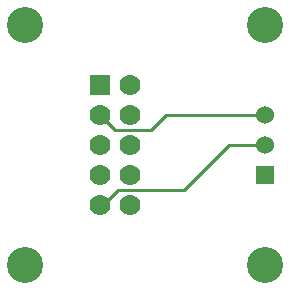
<source format=gbl>
G04 (created by PCBNEW-RS274X (2012-apr-16-27)-stable) date Thu 24 Jul 2014 05:04:11 PM PDT*
G01*
G70*
G90*
%MOIN*%
G04 Gerber Fmt 3.4, Leading zero omitted, Abs format*
%FSLAX34Y34*%
G04 APERTURE LIST*
%ADD10C,0.006000*%
%ADD11R,0.070000X0.070000*%
%ADD12C,0.070000*%
%ADD13R,0.060000X0.060000*%
%ADD14C,0.060000*%
%ADD15C,0.120000*%
%ADD16C,0.009000*%
G04 APERTURE END LIST*
G54D10*
G54D11*
X23500Y-23000D03*
G54D12*
X24500Y-23000D03*
X23500Y-24000D03*
X24500Y-24000D03*
X23500Y-25000D03*
X24500Y-25000D03*
X23500Y-26000D03*
X24500Y-26000D03*
X23500Y-27000D03*
X24500Y-27000D03*
G54D13*
X29000Y-26000D03*
G54D14*
X29000Y-25000D03*
X29000Y-24000D03*
G54D15*
X21000Y-21000D03*
X29000Y-21000D03*
X29000Y-29000D03*
X21000Y-29000D03*
G54D16*
X23500Y-27000D02*
X23600Y-27000D01*
X27800Y-25000D02*
X29000Y-25000D01*
X26300Y-26500D02*
X27800Y-25000D01*
X24100Y-26500D02*
X26300Y-26500D01*
X23600Y-27000D02*
X24100Y-26500D01*
X23500Y-24000D02*
X24000Y-24500D01*
X25700Y-24000D02*
X29000Y-24000D01*
X25200Y-24500D02*
X25700Y-24000D01*
X24000Y-24500D02*
X25200Y-24500D01*
M02*

</source>
